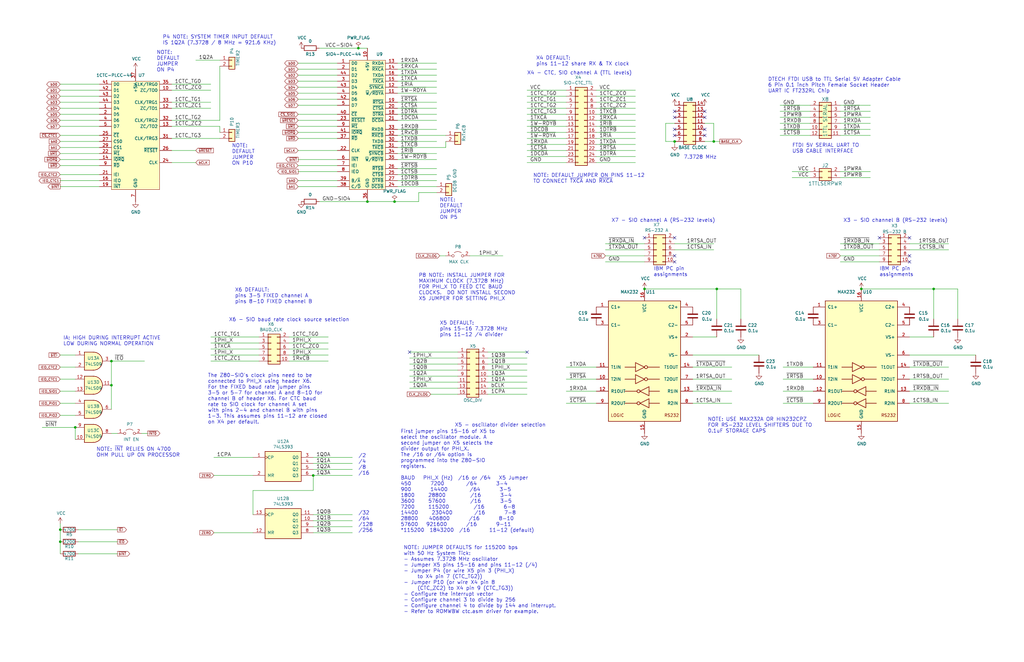
<source format=kicad_sch>
(kicad_sch (version 20211123) (generator eeschema)
  (paper "B")
  (junction (at 25.4 228.6))
  (junction (at 302.26 121.92))
  (junction (at 25.4 223.52))
  (junction (at 46.99 162.56))
  (junction (at 132.08 200.66))
  (junction (at 166.37 85.09))
  (junction (at 284.48 59.69))
  (junction (at 393.7 121.92))
  (junction (at 271.78 121.92))
  (junction (at 363.22 121.92))
  (junction (at 154.94 85.09))
  (junction (at 151.13 20.32))
  (junction (at 46.99 152.4))
  (junction (at 300.99 59.69))
  (junction (at 31.75 180.34))
  (no_connect (at 370.84 100.33))
  (no_connect (at 284.48 57.15))
  (no_connect (at 222.25 148.59))
  (no_connect (at 284.48 46.99))
  (no_connect (at 383.54 110.49))
  (no_connect (at 284.48 107.95))
  (no_connect (at 383.54 100.33))
  (no_connect (at 284.48 54.61))
  (no_connect (at 297.18 46.99))
  (no_connect (at 297.18 49.53))
  (no_connect (at 284.48 49.53))
  (no_connect (at 284.48 100.33))
  (no_connect (at 383.54 107.95))
  (no_connect (at 297.18 54.61))
  (no_connect (at 271.78 100.33))
  (no_connect (at 297.18 57.15))
  (no_connect (at 284.48 110.49))
  (no_connect (at 172.72 148.59))
  (wire (pts (xy 88.9 142.24) (xy 109.22 142.24)))
  (wire (pts (xy 222.25 63.5) (xy 238.76 63.5)))
  (wire (pts (xy 354.33 72.39) (xy 367.03 72.39)))
  (wire (pts (xy 354.33 54.61) (xy 367.03 54.61)))
  (wire (pts (xy 25.4 78.74) (xy 41.91 78.74)))
  (wire (pts (xy 251.46 43.18) (xy 267.97 43.18)))
  (wire (pts (xy 72.39 43.18) (xy 88.9 43.18)))
  (wire (pts (xy 132.08 207.01) (xy 132.08 200.66)))
  (wire (pts (xy 167.64 34.29) (xy 184.15 34.29)))
  (wire (pts (xy 125.73 72.39) (xy 142.24 72.39)))
  (wire (pts (xy 328.93 44.45) (xy 341.63 44.45)))
  (wire (pts (xy 125.73 69.85) (xy 142.24 69.85)))
  (wire (pts (xy 167.64 26.67) (xy 184.15 26.67)))
  (wire (pts (xy 25.4 45.72) (xy 41.91 45.72)))
  (wire (pts (xy 330.2 160.02) (xy 342.9 160.02)))
  (wire (pts (xy 25.4 160.02) (xy 31.75 160.02)))
  (wire (pts (xy 393.7 121.92) (xy 403.86 121.92)))
  (wire (pts (xy 72.39 58.42) (xy 92.71 58.42)))
  (wire (pts (xy 125.73 63.5) (xy 142.24 63.5)))
  (wire (pts (xy 88.9 152.4) (xy 109.22 152.4)))
  (wire (pts (xy 125.73 31.75) (xy 142.24 31.75)))
  (wire (pts (xy 25.4 59.69) (xy 41.91 59.69)))
  (wire (pts (xy 167.64 57.15) (xy 187.96 57.15)))
  (wire (pts (xy 251.46 45.72) (xy 267.97 45.72)))
  (wire (pts (xy 251.46 63.5) (xy 267.97 63.5)))
  (wire (pts (xy 167.64 31.75) (xy 184.15 31.75)))
  (wire (pts (xy 167.64 67.31) (xy 184.15 67.31)))
  (wire (pts (xy 25.4 64.77) (xy 41.91 64.77)))
  (wire (pts (xy 251.46 66.04) (xy 267.97 66.04)))
  (wire (pts (xy 251.46 68.58) (xy 267.97 68.58)))
  (wire (pts (xy 25.4 228.6) (xy 25.4 233.68)))
  (wire (pts (xy 222.25 48.26) (xy 238.76 48.26)))
  (wire (pts (xy 125.73 36.83) (xy 142.24 36.83)))
  (wire (pts (xy 25.4 170.18) (xy 31.75 170.18)))
  (wire (pts (xy 383.54 149.86) (xy 411.48 149.86)))
  (wire (pts (xy 167.64 54.61) (xy 184.15 54.61)))
  (wire (pts (xy 238.76 160.02) (xy 251.46 160.02)))
  (wire (pts (xy 125.73 26.67) (xy 142.24 26.67)))
  (wire (pts (xy 132.08 193.04) (xy 148.59 193.04)))
  (wire (pts (xy 302.26 121.92) (xy 312.42 121.92)))
  (wire (pts (xy 176.53 85.09) (xy 176.53 81.28)))
  (wire (pts (xy 151.13 20.32) (xy 134.62 20.32)))
  (wire (pts (xy 125.73 48.26) (xy 142.24 48.26)))
  (wire (pts (xy 88.9 147.32) (xy 109.22 147.32)))
  (wire (pts (xy 300.99 52.07) (xy 300.99 59.69)))
  (wire (pts (xy 167.64 45.72) (xy 184.15 45.72)))
  (wire (pts (xy 222.25 68.58) (xy 238.76 68.58)))
  (wire (pts (xy 132.08 222.25) (xy 148.59 222.25)))
  (wire (pts (xy 125.73 76.2) (xy 142.24 76.2)))
  (wire (pts (xy 167.64 48.26) (xy 184.15 48.26)))
  (wire (pts (xy 300.99 52.07) (xy 297.18 52.07)))
  (wire (pts (xy 400.05 160.02) (xy 383.54 160.02)))
  (wire (pts (xy 172.72 163.83) (xy 193.04 163.83)))
  (wire (pts (xy 25.4 50.8) (xy 41.91 50.8)))
  (wire (pts (xy 330.2 170.18) (xy 342.9 170.18)))
  (wire (pts (xy 72.39 63.5) (xy 82.55 63.5)))
  (wire (pts (xy 25.4 40.64) (xy 41.91 40.64)))
  (wire (pts (xy 393.7 134.62) (xy 393.7 121.92)))
  (wire (pts (xy 284.48 60.96) (xy 284.48 59.69)))
  (wire (pts (xy 17.78 180.34) (xy 31.75 180.34)))
  (wire (pts (xy 308.61 170.18) (xy 292.1 170.18)))
  (wire (pts (xy 400.05 165.1) (xy 383.54 165.1)))
  (wire (pts (xy 172.72 151.13) (xy 193.04 151.13)))
  (wire (pts (xy 354.33 52.07) (xy 367.03 52.07)))
  (wire (pts (xy 90.17 200.66) (xy 106.68 200.66)))
  (wire (pts (xy 72.39 38.1) (xy 88.9 38.1)))
  (wire (pts (xy 125.73 58.42) (xy 142.24 58.42)))
  (wire (pts (xy 167.64 73.66) (xy 184.15 73.66)))
  (wire (pts (xy 125.73 50.8) (xy 142.24 50.8)))
  (wire (pts (xy 251.46 53.34) (xy 267.97 53.34)))
  (wire (pts (xy 125.73 53.34) (xy 142.24 53.34)))
  (wire (pts (xy 222.25 38.1) (xy 238.76 38.1)))
  (wire (pts (xy 251.46 40.64) (xy 267.97 40.64)))
  (wire (pts (xy 25.4 223.52) (xy 25.4 228.6)))
  (wire (pts (xy 308.61 160.02) (xy 292.1 160.02)))
  (wire (pts (xy 198.12 107.95) (xy 212.09 107.95)))
  (wire (pts (xy 90.17 193.04) (xy 106.68 193.04)))
  (wire (pts (xy 354.33 46.99) (xy 367.03 46.99)))
  (wire (pts (xy 238.76 154.94) (xy 251.46 154.94)))
  (wire (pts (xy 302.26 134.62) (xy 302.26 121.92)))
  (wire (pts (xy 121.92 152.4) (xy 138.43 152.4)))
  (wire (pts (xy 280.67 59.69) (xy 284.48 59.69)))
  (wire (pts (xy 132.08 224.79) (xy 148.59 224.79)))
  (wire (pts (xy 255.27 105.41) (xy 271.78 105.41)))
  (wire (pts (xy 330.2 154.94) (xy 342.9 154.94)))
  (wire (pts (xy 121.92 149.86) (xy 138.43 149.86)))
  (wire (pts (xy 176.53 81.28) (xy 184.15 81.28)))
  (wire (pts (xy 222.25 43.18) (xy 238.76 43.18)))
  (wire (pts (xy 300.99 102.87) (xy 284.48 102.87)))
  (wire (pts (xy 25.4 38.1) (xy 41.91 38.1)))
  (wire (pts (xy 251.46 50.8) (xy 267.97 50.8)))
  (wire (pts (xy 222.25 55.88) (xy 238.76 55.88)))
  (wire (pts (xy 328.93 52.07) (xy 341.63 52.07)))
  (wire (pts (xy 354.33 49.53) (xy 367.03 49.53)))
  (wire (pts (xy 251.46 55.88) (xy 267.97 55.88)))
  (wire (pts (xy 205.74 161.29) (xy 222.25 161.29)))
  (wire (pts (xy 92.71 55.88) (xy 92.71 53.34)))
  (wire (pts (xy 25.4 69.85) (xy 41.91 69.85)))
  (wire (pts (xy 205.74 156.21) (xy 222.25 156.21)))
  (wire (pts (xy 25.4 48.26) (xy 41.91 48.26)))
  (wire (pts (xy 255.27 110.49) (xy 271.78 110.49)))
  (wire (pts (xy 341.63 72.39) (xy 334.01 72.39)))
  (wire (pts (xy 400.05 154.94) (xy 383.54 154.94)))
  (wire (pts (xy 92.71 27.94) (xy 92.71 50.8)))
  (wire (pts (xy 25.4 154.94) (xy 31.75 154.94)))
  (wire (pts (xy 367.03 74.93) (xy 354.33 74.93)))
  (wire (pts (xy 167.64 59.69) (xy 184.15 59.69)))
  (wire (pts (xy 292.1 142.24) (xy 302.26 142.24)))
  (wire (pts (xy 292.1 149.86) (xy 320.04 149.86)))
  (wire (pts (xy 132.08 195.58) (xy 148.59 195.58)))
  (wire (pts (xy 205.74 148.59) (xy 222.25 148.59)))
  (wire (pts (xy 167.64 76.2) (xy 184.15 76.2)))
  (wire (pts (xy 354.33 110.49) (xy 370.84 110.49)))
  (wire (pts (xy 154.94 85.09) (xy 166.37 85.09)))
  (wire (pts (xy 251.46 58.42) (xy 267.97 58.42)))
  (wire (pts (xy 31.75 149.86) (xy 25.4 149.86)))
  (wire (pts (xy 25.4 35.56) (xy 41.91 35.56)))
  (wire (pts (xy 125.73 78.74) (xy 142.24 78.74)))
  (wire (pts (xy 154.94 20.32) (xy 151.13 20.32)))
  (wire (pts (xy 403.86 121.92) (xy 403.86 134.62)))
  (wire (pts (xy 125.73 67.31) (xy 142.24 67.31)))
  (wire (pts (xy 255.27 102.87) (xy 271.78 102.87)))
  (wire (pts (xy 125.73 34.29) (xy 142.24 34.29)))
  (wire (pts (xy 205.74 166.37) (xy 222.25 166.37)))
  (wire (pts (xy 312.42 121.92) (xy 312.42 134.62)))
  (wire (pts (xy 393.7 121.92) (xy 363.22 121.92)))
  (wire (pts (xy 33.02 223.52) (xy 49.53 223.52)))
  (wire (pts (xy 205.74 153.67) (xy 222.25 153.67)))
  (wire (pts (xy 172.72 153.67) (xy 193.04 153.67)))
  (wire (pts (xy 280.67 52.07) (xy 280.67 59.69)))
  (wire (pts (xy 25.4 53.34) (xy 41.91 53.34)))
  (wire (pts (xy 82.55 25.4) (xy 92.71 25.4)))
  (wire (pts (xy 370.84 102.87) (xy 354.33 102.87)))
  (wire (pts (xy 167.64 62.23) (xy 187.96 62.23)))
  (wire (pts (xy 300.99 59.69) (xy 303.53 59.69)))
  (wire (pts (xy 222.25 163.83) (xy 205.74 163.83)))
  (wire (pts (xy 121.92 147.32) (xy 138.43 147.32)))
  (wire (pts (xy 222.25 58.42) (xy 238.76 58.42)))
  (wire (pts (xy 172.72 158.75) (xy 193.04 158.75)))
  (wire (pts (xy 370.84 105.41) (xy 354.33 105.41)))
  (wire (pts (xy 72.39 50.8) (xy 92.71 50.8)))
  (wire (pts (xy 72.39 35.56) (xy 88.9 35.56)))
  (wire (pts (xy 205.74 151.13) (xy 222.25 151.13)))
  (wire (pts (xy 121.92 144.78) (xy 138.43 144.78)))
  (wire (pts (xy 25.4 73.66) (xy 41.91 73.66)))
  (wire (pts (xy 383.54 142.24) (xy 393.7 142.24)))
  (wire (pts (xy 132.08 198.12) (xy 148.59 198.12)))
  (wire (pts (xy 125.73 29.21) (xy 142.24 29.21)))
  (wire (pts (xy 400.05 105.41) (xy 383.54 105.41)))
  (wire (pts (xy 33.02 228.6) (xy 49.53 228.6)))
  (wire (pts (xy 90.17 224.79) (xy 106.68 224.79)))
  (wire (pts (xy 25.4 57.15) (xy 41.91 57.15)))
  (wire (pts (xy 132.08 200.66) (xy 148.59 200.66)))
  (wire (pts (xy 167.64 78.74) (xy 184.15 78.74)))
  (wire (pts (xy 25.4 67.31) (xy 41.91 67.31)))
  (wire (pts (xy 167.64 64.77) (xy 184.15 64.77)))
  (wire (pts (xy 33.02 233.68) (xy 49.53 233.68)))
  (wire (pts (xy 132.08 219.71) (xy 148.59 219.71)))
  (wire (pts (xy 400.05 170.18) (xy 383.54 170.18)))
  (wire (pts (xy 297.18 59.69) (xy 300.99 59.69)))
  (wire (pts (xy 46.99 162.56) (xy 46.99 172.72)))
  (wire (pts (xy 328.93 57.15) (xy 341.63 57.15)))
  (wire (pts (xy 308.61 154.94) (xy 292.1 154.94)))
  (wire (pts (xy 238.76 165.1) (xy 251.46 165.1)))
  (wire (pts (xy 334.01 74.93) (xy 341.63 74.93)))
  (wire (pts (xy 46.99 152.4) (xy 46.99 162.56)))
  (wire (pts (xy 222.25 40.64) (xy 238.76 40.64)))
  (wire (pts (xy 167.64 50.8) (xy 184.15 50.8)))
  (wire (pts (xy 166.37 85.09) (xy 176.53 85.09)))
  (wire (pts (xy 25.4 175.26) (xy 31.75 175.26)))
  (wire (pts (xy 238.76 170.18) (xy 251.46 170.18)))
  (wire (pts (xy 367.03 44.45) (xy 354.33 44.45)))
  (wire (pts (xy 222.25 60.96) (xy 238.76 60.96)))
  (wire (pts (xy 25.4 76.2) (xy 41.91 76.2)))
  (wire (pts (xy 132.08 217.17) (xy 148.59 217.17)))
  (wire (pts (xy 302.26 121.92) (xy 271.78 121.92)))
  (wire (pts (xy 328.93 46.99) (xy 341.63 46.99)))
  (wire (pts (xy 251.46 38.1) (xy 267.97 38.1)))
  (wire (pts (xy 88.9 149.86) (xy 109.22 149.86)))
  (wire (pts (xy 205.74 158.75) (xy 222.25 158.75)))
  (wire (pts (xy 341.63 49.53) (xy 328.93 49.53)))
  (wire (pts (xy 167.64 29.21) (xy 184.15 29.21)))
  (wire (pts (xy 125.73 55.88) (xy 142.24 55.88)))
  (wire (pts (xy 25.4 165.1) (xy 31.75 165.1)))
  (wire (pts (xy 251.46 60.96) (xy 267.97 60.96)))
  (wire (pts (xy 330.2 165.1) (xy 342.9 165.1)))
  (wire (pts (xy 125.73 39.37) (xy 142.24 39.37)))
  (wire (pts (xy 121.92 142.24) (xy 138.43 142.24)))
  (wire (pts (xy 25.4 220.98) (xy 25.4 223.52)))
  (wire (pts (xy 132.08 207.01) (xy 106.68 207.01)))
  (wire (pts (xy 193.04 166.37) (xy 181.61 166.37)))
  (wire (pts (xy 167.64 39.37) (xy 184.15 39.37)))
  (wire (pts (xy 354.33 57.15) (xy 367.03 57.15)))
  (wire (pts (xy 172.72 161.29) (xy 193.04 161.29)))
  (wire (pts (xy 328.93 54.61) (xy 341.63 54.61)))
  (wire (pts (xy 125.73 44.45) (xy 142.24 44.45)))
  (wire (pts (xy 125.73 41.91) (xy 142.24 41.91)))
  (wire (pts (xy 25.4 43.18) (xy 41.91 43.18)))
  (wire (pts (xy 72.39 53.34) (xy 92.71 53.34)))
  (wire (pts (xy 72.39 45.72) (xy 88.9 45.72)))
  (wire (pts (xy 88.9 144.78) (xy 109.22 144.78)))
  (wire (pts (xy 300.99 105.41) (xy 284.48 105.41)))
  (wire (pts (xy 284.48 52.07) (xy 280.67 52.07)))
  (wire (pts (xy 187.96 62.23) (xy 187.96 59.69)))
  (wire (pts (xy 308.61 165.1) (xy 292.1 165.1)))
  (wire (pts (xy 172.72 148.59) (xy 193.04 148.59)))
  (wire (pts (xy 400.05 102.87) (xy 383.54 102.87)))
  (wire (pts (xy 59.69 182.88) (xy 62.23 182.88)))
  (wire (pts (xy 185.42 107.95) (xy 187.96 107.95)))
  (wire (pts (xy 354.33 107.95) (xy 370.84 107.95)))
  (wire (pts (xy 222.25 50.8) (xy 238.76 50.8)))
  (wire (pts (xy 222.25 53.34) (xy 238.76 53.34)))
  (wire (pts (xy 167.64 36.83) (xy 184.15 36.83)))
  (wire (pts (xy 167.64 71.12) (xy 184.15 71.12)))
  (wire (pts (xy 31.75 180.34) (xy 31.75 185.42)))
  (wire (pts (xy 251.46 48.26) (xy 267.97 48.26)))
  (wire (pts (xy 46.99 152.4) (xy 60.96 152.4)))
  (wire (pts (xy 106.68 207.01) (xy 106.68 217.17)))
  (wire (pts (xy 46.99 182.88) (xy 49.53 182.88)))
  (wire (pts (xy 72.39 68.58) (xy 82.55 68.58)))
  (wire (pts (xy 222.25 45.72) (xy 238.76 45.72)))
  (wire (pts (xy 134.62 85.09) (xy 154.94 85.09)))
  (wire (pts (xy 25.4 62.23) (xy 41.91 62.23)))
  (wire (pts (xy 172.72 156.21) (xy 193.04 156.21)))
  (wire (pts (xy 167.64 43.18) (xy 184.15 43.18)))
  (wire (pts (xy 222.25 66.04) (xy 238.76 66.04)))
  (wire (pts (xy 255.27 107.95) (xy 271.78 107.95)))
  (text "NOTE: JUMPER DEFAULTS for 115200 bps\nwith 50 Hz System Tick:\n- Assumes 7.3728 MHz oscillator\n- Jumper X5 pins 15-16 and pins 11-12 (/4)\n- Jumper P4 (or wire X5 pin 3 (PHI_X) \n     to X4 pin 7 (CTC_TG2))\n- Jumper P10 (or wire X4 pin 8 \n     (CTC_ZC2) to X4 pin 9 (CTC_TG3))\n- Configure the interrupt vector\n- Configure channel 3 to divide by 256\n- Configure channel 4 to divide by 144 and interrupt.\n- Refer to ROMWBW ctc.asm driver for example." (at 170.18 259.08 0) (effects (font (size 1.524 1.524)) (justify left bottom)))
  (text "X3 - SIO channel B (RS-232 levels)" (at 355.6 93.98 0) (effects (font (size 1.524 1.524)) (justify left bottom)))
  (text "The Z80-SIO's clock pins need to be\nconnected to PHI_X using header X6.\nFor the FIXED baud rate jumper pins\n3-5 or 5-7 for channel A and 8-10 for\nchannel B of header X6. For CTC baud\nrate to SIO clock for channel A set\nwith pins 2-4 and channel B with pins\n1-3. This assumes pins 11-12 are closed\non X4 per default." (at 87.63 179.07 0) (effects (font (size 1.524 1.524)) (justify left bottom)))
  (text "X7 - SIO channel A (RS-232 levels)" (at 257.81 93.98 0) (effects (font (size 1.524 1.524)) (justify left bottom)))
  (text "DTECH FTDI USB to TTL Serial 5V Adapter Cable \n6 Pin 0.1 inch Pitch Female Socket Header \nUART IC FT232RL Chip" (at 323.85 39.37 0) (effects (font (size 1.524 1.524)) (justify left bottom)))
  (text "NOTE:\nDEFAULT\nJUMPER\nON P4" (at 66.04 30.48 0) (effects (font (size 1.524 1.524)) (justify left bottom)))
  (text "/32\n/64\n/128\n/256" (at 151.13 224.79 0) (effects (font (size 1.524 1.524)) (justify left bottom)))
  (text "7.3728 MHz" (at 288.29 67.31 0) (effects (font (size 1.524 1.524)) (justify left bottom)))
  (text "NOTE: ~{INT} RELIES ON 4700\nOHM PULL UP ON PROCESSOR" (at 40.64 193.04 0) (effects (font (size 1.524 1.524)) (justify left bottom)))
  (text "X5 - oscillator divider selection" (at 191.77 180.34 0) (effects (font (size 1.524 1.524)) (justify left bottom)))
  (text "FTDI 5V SERIAL UART TO\nUSB CABLE INTERFACE" (at 334.01 64.77 0) (effects (font (size 1.524 1.524)) (justify left bottom)))
  (text "IBM PC pin\nassignments" (at 275.59 116.84 0) (effects (font (size 1.524 1.524)) (justify left bottom)))
  (text "P4 NOTE: SYSTEM TIMER INPUT DEFAULT\nIS 1Q2A (7.3728 / 8 MHz = 921.6 KHz)" (at 68.58 19.05 0) (effects (font (size 1.524 1.524)) (justify left bottom)))
  (text "IA: HIGH DURING INTERRUPT ACTIVE\nLOW DURING NORMAL OPERATION" (at 26.67 146.05 0) (effects (font (size 1.524 1.524)) (justify left bottom)))
  (text "NOTE:\nDEFAULT\nJUMPER\nON P10" (at 97.79 69.85 0) (effects (font (size 1.524 1.524)) (justify left bottom)))
  (text "X5 DEFAULT:\npins 15-16 7.3728 MHz\npins 11-12 /4 divider" (at 185.42 142.24 0) (effects (font (size 1.524 1.524)) (justify left bottom)))
  (text "/2\n/4\n/8\n/16" (at 151.13 200.66 0) (effects (font (size 1.524 1.524)) (justify left bottom)))
  (text "First jumper pins 15-16 of X5 to\nselect the oscillator module. A \nsecond jumper on X5 selects the\ndivider output for PHI_X.\nThe /16 or /64 option is \nprogrammed into the Z80-SIO\nregisters.\n\nBAUD   PHI_X (Hz)  /16 or /64   X5 Jumper\n450       7200        /64       3-4\n900       14400        /64       3-5\n1800     28800         /16       3-4\n3600     57600         /16       3-5\n7200     115200         /16       6-8\n14400     230400        /16       7-8\n28800    406800       /16       8-10\n57600   921600       /16       9-11\n*115200  1843200  /16       11-12 (default)" (at 168.91 224.79 0) (effects (font (size 1.524 1.524)) (justify left bottom)))
  (text "NOTE: DEFAULT JUMPER ON PINS 11-12\nTO CONNECT ~{TXCA} AND ~{RXCA}" (at 224.79 77.47 0) (effects (font (size 1.524 1.524)) (justify left bottom)))
  (text "X4 - CTC, SIO channel A (TTL levels)" (at 222.25 31.75 0) (effects (font (size 1.524 1.524)) (justify left bottom)))
  (text "NOTE: USE MAX232A OR HIN232CPZ\nFOR RS-232 LEVEL SHIFTERS DUE TO\n0.1uF STORAGE CAPS" (at 298.45 182.88 0) (effects (font (size 1.524 1.524)) (justify left bottom)))
  (text "P8 NOTE: INSTALL JUMPER FOR\nMAXIMUM CLOCK (7.3728 MHz)\nFOR PHI_X TO FEED CTC BAUD\nCLOCKS.  DO NOT INSTALL SECOND\nX5 JUMPER FOR SETTING PHI_X" (at 176.53 127 0) (effects (font (size 1.524 1.524)) (justify left bottom)))
  (text "X6 DEFAULT:\npins 3-5 FIXED channel A\npins 8-10 FIXED channel B" (at 99.06 128.27 0) (effects (font (size 1.524 1.524)) (justify left bottom)))
  (text "IBM PC pin\nassignments" (at 370.84 116.84 0) (effects (font (size 1.524 1.524)) (justify left bottom)))
  (text "X6 - SIO baud rate clock source selection" (at 96.52 135.89 0) (effects (font (size 1.524 1.524)) (justify left bottom)))
  (text "X4 DEFAULT:\npins 11-12 share RX & TX clock" (at 226.06 27.94 0) (effects (font (size 1.524 1.524)) (justify left bottom)))
  (text "NOTE:\nDEFAULT\nJUMPER\nON P5" (at 185.42 92.71 0) (effects (font (size 1.524 1.524)) (justify left bottom)))
  (label "1PHI_X" (at 123.19 149.86 0) (effects (font (size 1.524 1.524))))
  (label "1TXDA" (at 240.03 154.94 0) (effects (font (size 1.524 1.524))))
  (label "1PWRA" (at 355.6 72.39 0) (effects (font (size 1.524 1.524))))
  (label "1CTC_TG1" (at 73.66 43.18 0) (effects (font (size 1.524 1.524))))
  (label "~{1DCDA}" (at 168.91 50.8 0) (effects (font (size 1.524 1.524))))
  (label "~{1RTSA}" (at 355.6 46.99 0) (effects (font (size 1.524 1.524))))
  (label "1CTC_TG3" (at 73.66 58.42 0) (effects (font (size 1.524 1.524))))
  (label "~{1RXDA_IN}" (at 256.54 102.87 0) (effects (font (size 1.524 1.524))))
  (label "1Q2A" (at 133.35 198.12 0) (effects (font (size 1.524 1.524))))
  (label "1PWRB" (at 355.6 74.93 0) (effects (font (size 1.524 1.524))))
  (label "1Q1B" (at 133.35 219.71 0) (effects (font (size 1.524 1.524))))
  (label "1Q3A" (at 133.35 200.66 0) (effects (font (size 1.524 1.524))))
  (label "~{1DCDB}" (at 168.91 78.74 0) (effects (font (size 1.524 1.524))))
  (label "1PHI_X" (at 207.01 156.21 0) (effects (font (size 1.524 1.524))))
  (label "1RTSA_OUT" (at 289.56 102.87 0) (effects (font (size 1.524 1.524))))
  (label "1CTC_ZC1" (at 90.17 152.4 0) (effects (font (size 1.524 1.524))))
  (label "1CTC_TG1" (at 90.17 142.24 0) (effects (font (size 1.524 1.524))))
  (label "1Q3B" (at 207.01 151.13 0) (effects (font (size 1.524 1.524))))
  (label "1RTSA_OUT" (at 293.37 160.02 0) (effects (font (size 1.524 1.524))))
  (label "~{1CTSA}" (at 168.91 45.72 0) (effects (font (size 1.524 1.524))))
  (label "~{1CTSB}" (at 168.91 73.66 0) (effects (font (size 1.524 1.524))))
  (label "1TXDA" (at 355.6 54.61 0) (effects (font (size 1.524 1.524))))
  (label "~{1RXDA_IN}" (at 293.37 165.1 0) (effects (font (size 1.524 1.524))))
  (label "1Q1A" (at 207.01 161.29 0) (effects (font (size 1.524 1.524))))
  (label "1Q3A" (at 207.01 158.75 0) (effects (font (size 1.524 1.524))))
  (label "1Q1B" (at 207.01 153.67 0) (effects (font (size 1.524 1.524))))
  (label "~{1CTSA}" (at 223.52 63.5 0) (effects (font (size 1.524 1.524))))
  (label "1CTC_ZC2" (at 73.66 53.34 0) (effects (font (size 1.524 1.524))))
  (label "~{1TXCA}" (at 223.52 50.8 0) (effects (font (size 1.524 1.524))))
  (label "~{1DTRA}" (at 168.91 48.26 0) (effects (font (size 1.524 1.524))))
  (label "~{1DCDB}" (at 223.52 55.88 0) (effects (font (size 1.524 1.524))))
  (label "1TXDB" (at 331.47 154.94 0) (effects (font (size 1.524 1.524))))
  (label "~{1RTSA}" (at 252.73 63.5 0) (effects (font (size 1.524 1.524))))
  (label "1CTC_ZC0" (at 73.66 38.1 0) (effects (font (size 1.524 1.524))))
  (label "~{1TXCB}" (at 168.91 62.23 0) (effects (font (size 1.524 1.524))))
  (label "~{1RIB}" (at 168.91 64.77 0) (effects (font (size 1.524 1.524))))
  (label "1RTSB_OUT" (at 384.81 160.02 0) (effects (font (size 1.524 1.524))))
  (label "VCC-SIO4" (at 137.16 20.32 0) (effects (font (size 1.524 1.524))))
  (label "1PWRB" (at 330.2 49.53 0) (effects (font (size 1.524 1.524))))
  (label "1PWRA" (at 355.6 49.53 0) (effects (font (size 1.524 1.524))))
  (label "1Q0B" (at 133.35 217.17 0) (effects (font (size 1.524 1.524))))
  (label "1Q2B" (at 173.99 153.67 0) (effects (font (size 1.524 1.524))))
  (label "1CTC_TG0" (at 223.52 40.64 0) (effects (font (size 1.524 1.524))))
  (label "1PHI_X" (at 90.17 144.78 0) (effects (font (size 1.524 1.524))))
  (label "VCC" (at 223.52 38.1 0) (effects (font (size 1.524 1.524))))
  (label "~{1CTSA}" (at 240.03 170.18 0) (effects (font (size 1.524 1.524))))
  (label "VCC" (at 336.55 74.93 0) (effects (font (size 1.524 1.524))))
  (label "1Q0B" (at 173.99 156.21 0) (effects (font (size 1.524 1.524))))
  (label "~{1RIB}" (at 252.73 53.34 0) (effects (font (size 1.524 1.524))))
  (label "~{1RIA}" (at 168.91 36.83 0) (effects (font (size 1.524 1.524))))
  (label "1CTC_ZC0" (at 252.73 40.64 0) (effects (font (size 1.524 1.524))))
  (label "1Q3B" (at 133.35 224.79 0) (effects (font (size 1.524 1.524))))
  (label "~{1RIA}" (at 252.73 58.42 0) (effects (font (size 1.524 1.524))))
  (label "~{1CTSB}" (at 330.2 57.15 0) (effects (font (size 1.524 1.524))))
  (label "1Q0A" (at 173.99 163.83 0) (effects (font (size 1.524 1.524))))
  (label "~{1DTRB}" (at 168.91 76.2 0) (effects (font (size 1.524 1.524))))
  (label "~{1TXDA_OUT}" (at 293.37 154.94 0) (effects (font (size 1.524 1.524))))
  (label "~{1TXDA_OUT}" (at 256.54 105.41 0) (effects (font (size 1.524 1.524))))
  (label "1CPA" (at 91.44 193.04 0) (effects (font (size 1.524 1.524))))
  (label "1CTSA_IN" (at 293.37 170.18 0) (effects (font (size 1.524 1.524))))
  (label "~{1CTSB}" (at 331.47 170.18 0) (effects (font (size 1.524 1.524))))
  (label "~{1TXDB_OUT}" (at 384.81 154.94 0) (effects (font (size 1.524 1.524))))
  (label "~{1CTSA}" (at 355.6 57.15 0) (effects (font (size 1.524 1.524))))
  (label "1RXDA" (at 168.91 26.67 0) (effects (font (size 1.524 1.524))))
  (label "1RXDA" (at 223.52 60.96 0) (effects (font (size 1.524 1.524))))
  (label "1TXDB" (at 168.91 59.69 0) (effects (font (size 1.524 1.524))))
  (label "GND" (at 256.54 110.49 0) (effects (font (size 1.524 1.524))))
  (label "~{1RTSB}" (at 330.2 46.99 0) (effects (font (size 1.524 1.524))))
  (label "1RTSB_OUT" (at 387.35 102.87 0) (effects (font (size 1.524 1.524))))
  (label "1CTSB_IN" (at 387.35 105.41 0) (effects (font (size 1.524 1.524))))
  (label "1RXDA" (at 355.6 52.07 0) (effects (font (size 1.524 1.524))))
  (label "1TXDA" (at 252.73 60.96 0) (effects (font (size 1.524 1.524))))
  (label "1CTSA_IN" (at 289.56 105.41 0) (effects (font (size 1.524 1.524))))
  (label "1PHI_X" (at 90.17 149.86 0) (effects (font (size 1.524 1.524))))
  (label "1RXDB" (at 330.2 52.07 0) (effects (font (size 1.524 1.524))))
  (label "GND-SIO4" (at 135.89 85.09 0) (effects (font (size 1.524 1.524))))
  (label "1CTC_TG2" (at 73.66 50.8 0) (effects (font (size 1.524 1.524))))
  (label "GND" (at 252.73 68.58 0) (effects (font (size 1.524 1.524))))
  (label "VCC" (at 252.73 38.1 0) (effects (font (size 1.524 1.524))))
  (label "1CTC_ZC1" (at 252.73 43.18 0) (effects (font (size 1.524 1.524))))
  (label "1Q2A" (at 83.82 25.4 0) (effects (font (size 1.524 1.524))))
  (label "1CTC_TG0" (at 123.19 142.24 0) (effects (font (size 1.524 1.524))))
  (label "~{1RTSB}" (at 168.91 71.12 0) (effects (font (size 1.524 1.524))))
  (label "~{1W-RDYB}" (at 223.52 53.34 0) (effects (font (size 1.524 1.524))))
  (label "1CTC_ZC0" (at 123.19 147.32 0) (effects (font (size 1.524 1.524))))
  (label "1CTC_ZC2" (at 252.73 45.72 0) (effects (font (size 1.524 1.524))))
  (label "GND" (at 330.2 44.45 0) (effects (font (size 1.524 1.524))))
  (label "~{1W-RDYA}" (at 168.91 39.37 0) (effects (font (size 1.524 1.524))))
  (label "1Q2B" (at 133.35 222.25 0) (effects (font (size 1.524 1.524))))
  (label "~{1RTSA}" (at 168.91 43.18 0) (effects (font (size 1.524 1.524))))
  (label "GND" (at 355.6 110.49 0) (effects (font (size 1.524 1.524))))
  (label "1PHI_X" (at 173.99 151.13 0) (effects (font (size 1.524 1.524))))
  (label "1CTC_TG3" (at 223.52 48.26 0) (effects (font (size 1.524 1.524))))
  (label "1TXDA" (at 168.91 31.75 0) (effects (font (size 1.524 1.524))))
  (label "1CTC_TG0" (at 73.66 35.56 0) (effects (font (size 1.524 1.524))))
  (label "~{1RxCB}" (at 123.19 152.4 0) (effects (font (size 1.524 1.524))))
  (label "~{1W-RDYA}" (at 223.52 58.42 0) (effects (font (size 1.524 1.524))))
  (label "1Q2A" (at 173.99 158.75 0) (effects (font (size 1.524 1.524))))
  (label "~{IEO}" (at 48.26 152.4 0) (effects (font (size 1.524 1.524))))
  (label "1CTC_TG1" (at 223.52 43.18 0) (effects (font (size 1.524 1.524))))
  (label "~{1RXDB_IN}" (at 384.81 165.1 0) (effects (font (size 1.524 1.524))))
  (label "1TXDB" (at 330.2 54.61 0) (effects (font (size 1.524 1.524))))
  (label "~{1RXCA}" (at 252.73 50.8 0) (effects (font (size 1.524 1.524))))
  (label "bCLK" (at 207.01 163.83 0) (effects (font (size 1.524 1.524))))
  (label "~{1RXCA}" (at 168.91 29.21 0) (effects (font (size 1.524 1.524))))
  (label "1Q0A" (at 133.35 193.04 0) (effects (font (size 1.524 1.524))))
  (label "~{1RTSA}" (at 240.03 160.02 0) (effects (font (size 1.524 1.524))))
  (label "1RXDA" (at 240.03 165.1 0) (effects (font (size 1.524 1.524))))
  (label "~{bINT}" (at 19.05 180.34 0) (effects (font (size 1.524 1.524))))
  (label "~{1RXDB_IN}" (at 355.6 102.87 0) (effects (font (size 1.524 1.524))))
  (label "1PHI_X" (at 201.93 107.95 0) (effects (font (size 1.524 1.524))))
  (label "GND" (at 355.6 44.45 0) (effects (font (size 1.524 1.524))))
  (label "~{1TXCA}" (at 168.91 34.29 0) (effects (font (size 1.524 1.524))))
  (label "1PHI_X" (at 173.99 161.29 0) (effects (font (size 1.524 1.524))))
  (label "GND" (at 223.52 68.58 0) (effects (font (size 1.524 1.524))))
  (label "1CTC_ZC1" (at 73.66 45.72 0) (effects (font (size 1.524 1.524))))
  (label "1CTSB_IN" (at 384.81 170.18 0) (effects (font (size 1.524 1.524))))
  (label "~{1TXDB_OUT}" (at 355.6 105.41 0) (effects (font (size 1.524 1.524))))
  (label "1RXDB" (at 168.91 54.61 0) (effects (font (size 1.524 1.524))))
  (label "~{1RTSB}" (at 331.47 160.02 0) (effects (font (size 1.524 1.524))))
  (label "1CPA" (at 207.01 166.37 0) (effects (font (size 1.524 1.524))))
  (label "~{1DTRA}" (at 252.73 66.04 0) (effects (font (size 1.524 1.524))))
  (label "1Q1A" (at 133.35 195.58 0) (effects (font (size 1.524 1.524))))
  (label "~{1TXCB}" (at 252.73 48.26 0) (effects (font (size 1.524 1.524))))
  (label "~{1RxCB}" (at 168.91 57.15 0) (effects (font (size 1.524 1.524))))
  (label "~{1W-RDYB}" (at 168.91 67.31 0) (effects (font (size 1.524 1.524))))
  (label "~{1TXCA}" (at 90.17 147.32 0) (effects (font (size 1.524 1.524))))
  (label "~{1DCDA}" (at 223.52 66.04 0) (effects (font (size 1.524 1.524))))
  (label "~{1DTRB}" (at 252.73 55.88 0) (effects (font (size 1.524 1.524))))
  (label "1PHI_X" (at 123.19 144.78 0) (effects (font (size 1.524 1.524))))
  (label "1RXDB" (at 331.47 165.1 0) (effects (font (size 1.524 1.524))))
  (label "VCC" (at 336.55 72.39 0) (effects (font (size 1.524 1.524))))
  (label "1CTC_TG2" (at 223.52 45.72 0) (effects (font (size 1.524 1.524))))
  (global_label "bD3" (shape bidirectional) (at 25.4 43.18 180) (effects (font (size 1.016 1.016))) (property "Intersheet References" "${INTERSHEET_REFS}" (effects hide)))
  (global_label "IEO_CTC2" (shape input) (at 25.4 73.66 180) (effects (font (size 1.016 1.016))) (property "Intersheet References" "${INTERSHEET_REFS}" (effects hide)))
  (global_label "bD7" (shape bidirectional) (at 25.4 53.34 180) (effects (font (size 1.016 1.016))) (property "Intersheet References" "${INTERSHEET_REFS}" (effects hide)))
  (global_label "~{bM1}" (shape input) (at 125.73 53.34 180) (effects (font (size 1.016 1.016))) (property "Intersheet References" "${INTERSHEET_REFS}" (effects hide)))
  (global_label "470F" (shape input) (at 354.33 107.95 180) (effects (font (size 1.016 1.016))) (property "Intersheet References" "${INTERSHEET_REFS}" (effects hide)))
  (global_label "bD0" (shape bidirectional) (at 25.4 35.56 180) (effects (font (size 1.016 1.016))) (property "Intersheet References" "${INTERSHEET_REFS}" (effects hide)))
  (global_label "bD2" (shape bidirectional) (at 25.4 40.64 180) (effects (font (size 1.016 1.016))) (property "Intersheet References" "${INTERSHEET_REFS}" (effects hide)))
  (global_label "bD6" (shape bidirectional) (at 25.4 50.8 180) (effects (font (size 1.016 1.016))) (property "Intersheet References" "${INTERSHEET_REFS}" (effects hide)))
  (global_label "~{bIORQ}" (shape input) (at 25.4 67.31 180) (effects (font (size 1.016 1.016))) (property "Intersheet References" "${INTERSHEET_REFS}" (effects hide)))
  (global_label "bA1" (shape input) (at 25.4 62.23 180) (effects (font (size 1.016 1.016))) (property "Intersheet References" "${INTERSHEET_REFS}" (effects hide)))
  (global_label "~{bRD}" (shape input) (at 125.73 58.42 180) (effects (font (size 1.016 1.016))) (property "Intersheet References" "${INTERSHEET_REFS}" (effects hide)))
  (global_label "~{bIORQ}" (shape input) (at 125.73 55.88 180) (effects (font (size 1.016 1.016))) (property "Intersheet References" "${INTERSHEET_REFS}" (effects hide)))
  (global_label "ZERO" (shape input) (at 90.17 200.66 180) (effects (font (size 1.016 1.016))) (property "Intersheet References" "${INTERSHEET_REFS}" (effects hide)))
  (global_label "bD0" (shape bidirectional) (at 125.73 26.67 180) (effects (font (size 1.016 1.016))) (property "Intersheet References" "${INTERSHEET_REFS}" (effects hide)))
  (global_label "~{bINT}" (shape output) (at 49.53 233.68 0) (effects (font (size 1.016 1.016))) (property "Intersheet References" "${INTERSHEET_REFS}" (effects hide)))
  (global_label "bD3" (shape bidirectional) (at 125.73 34.29 180) (effects (font (size 1.016 1.016))) (property "Intersheet References" "${INTERSHEET_REFS}" (effects hide)))
  (global_label "bD6" (shape bidirectional) (at 125.73 41.91 180) (effects (font (size 1.016 1.016))) (property "Intersheet References" "${INTERSHEET_REFS}" (effects hide)))
  (global_label "ZERO" (shape input) (at 90.17 224.79 180) (effects (font (size 1.016 1.016))) (property "Intersheet References" "${INTERSHEET_REFS}" (effects hide)))
  (global_label "~{CS_SIO1}" (shape input) (at 125.73 48.26 180) (effects (font (size 1.016 1.016))) (property "Intersheet References" "${INTERSHEET_REFS}" (effects hide)))
  (global_label "~{bINT}" (shape output) (at 25.4 78.74 180) (effects (font (size 1.016 1.016))) (property "Intersheet References" "${INTERSHEET_REFS}" (effects hide)))
  (global_label "bD4" (shape bidirectional) (at 25.4 45.72 180) (effects (font (size 1.016 1.016))) (property "Intersheet References" "${INTERSHEET_REFS}" (effects hide)))
  (global_label "bD1" (shape bidirectional) (at 125.73 29.21 180) (effects (font (size 1.016 1.016))) (property "Intersheet References" "${INTERSHEET_REFS}" (effects hide)))
  (global_label "~{bRESET}" (shape input) (at 82.55 63.5 0) (effects (font (size 1.016 1.016))) (property "Intersheet References" "${INTERSHEET_REFS}" (effects hide)))
  (global_label "IEO_CTC1" (shape output) (at 25.4 76.2 180) (effects (font (size 1.016 1.016))) (property "Intersheet References" "${INTERSHEET_REFS}" (effects hide)))
  (global_label "~{bINT}" (shape output) (at 125.73 67.31 180) (effects (font (size 1.016 1.016))) (property "Intersheet References" "${INTERSHEET_REFS}" (effects hide)))
  (global_label "IEO_PIO1" (shape input) (at 25.4 170.18 180) (effects (font (size 1.016 1.016))) (property "Intersheet References" "${INTERSHEET_REFS}" (effects hide)))
  (global_label "~{bM1}" (shape input) (at 25.4 64.77 180) (effects (font (size 1.016 1.016))) (property "Intersheet References" "${INTERSHEET_REFS}" (effects hide)))
  (global_label "bD5" (shape bidirectional) (at 125.73 39.37 180) (effects (font (size 1.016 1.016))) (property "Intersheet References" "${INTERSHEET_REFS}" (effects hide)))
  (global_label "~{bRESET}" (shape input) (at 125.73 50.8 180) (effects (font (size 1.016 1.016))) (property "Intersheet References" "${INTERSHEET_REFS}" (effects hide)))
  (global_label "bA0" (shape input) (at 25.4 59.69 180) (effects (font (size 1.016 1.016))) (property "Intersheet References" "${INTERSHEET_REFS}" (effects hide)))
  (global_label "bD2" (shape bidirectional) (at 125.73 31.75 180) (effects (font (size 1.016 1.016))) (property "Intersheet References" "${INTERSHEET_REFS}" (effects hide)))
  (global_label "bA0" (shape input) (at 125.73 76.2 180) (effects (font (size 1.016 1.016))) (property "Intersheet References" "${INTERSHEET_REFS}" (effects hide)))
  (global_label "bD7" (shape bidirectional) (at 125.73 44.45 180) (effects (font (size 1.016 1.016))) (property "Intersheet References" "${INTERSHEET_REFS}" (effects hide)))
  (global_label "bCLK" (shape input) (at 82.55 68.58 0) (effects (font (size 1.016 1.016))) (property "Intersheet References" "${INTERSHEET_REFS}" (effects hide)))
  (global_label "IEO_CTC1" (shape input) (at 125.73 69.85 180) (effects (font (size 1.016 1.016))) (property "Intersheet References" "${INTERSHEET_REFS}" (effects hide)))
  (global_label "IEO_CTC1" (shape input) (at 25.4 160.02 180) (effects (font (size 1.016 1.016))) (property "Intersheet References" "${INTERSHEET_REFS}" (effects hide)))
  (global_label "~{CS_CTC1}" (shape input) (at 25.4 57.15 180) (effects (font (size 1.016 1.016))) (property "Intersheet References" "${INTERSHEET_REFS}" (effects hide)))
  (global_label "bD1" (shape bidirectional) (at 25.4 38.1 180) (effects (font (size 1.016 1.016))) (property "Intersheet References" "${INTERSHEET_REFS}" (effects hide)))
  (global_label "bD4" (shape bidirectional) (at 125.73 36.83 180) (effects (font (size 1.016 1.016))) (property "Intersheet References" "${INTERSHEET_REFS}" (effects hide)))
  (global_label "BASE_CLK" (shape output) (at 303.53 59.69 0) (effects (font (size 1.016 1.016))) (property "Intersheet References" "${INTERSHEET_REFS}" (effects hide)))
  (global_label "IEO_SIO1" (shape input) (at 25.4 165.1 180) (effects (font (size 1.016 1.016))) (property "Intersheet References" "${INTERSHEET_REFS}" (effects hide)))
  (global_label "bCLK" (shape input) (at 125.73 63.5 180) (effects (font (size 1.016 1.016))) (property "Intersheet References" "${INTERSHEET_REFS}" (effects hide)))
  (global_label "470E" (shape input) (at 255.27 107.95 180) (effects (font (size 1.016 1.016))) (property "Intersheet References" "${INTERSHEET_REFS}" (effects hide)))
  (global_label "~{bIEI}" (shape input) (at 25.4 149.86 180) (effects (font (size 1.016 1.016))) (property "Intersheet References" "${INTERSHEET_REFS}" (effects hide)))
  (global_label "CLK_ZILOG" (shape input) (at 181.61 166.37 180) (effects (font (size 1.016 1.016))) (property "Intersheet References" "${INTERSHEET_REFS}" (effects hide)))
  (global_label "~{IEI}" (shape output) (at 49.53 223.52 0) (effects (font (size 1.016 1.016))) (property "Intersheet References" "${INTERSHEET_REFS}" (effects hide)))
  (global_label "IEO_CTC2" (shape input) (at 25.4 154.94 180) (effects (font (size 1.016 1.016))) (property "Intersheet References" "${INTERSHEET_REFS}" (effects hide)))
  (global_label "~{bRD}" (shape input) (at 25.4 69.85 180) (effects (font (size 1.016 1.016))) (property "Intersheet References" "${INTERSHEET_REFS}" (effects hide)))
  (global_label "bA1" (shape input) (at 125.73 78.74 180) (effects (font (size 1.016 1.016))) (property "Intersheet References" "${INTERSHEET_REFS}" (effects hide)))
  (global_label "~{IEO}" (shape output) (at 49.53 228.6 0) (effects (font (size 1.016 1.016))) (property "Intersheet References" "${INTERSHEET_REFS}" (effects hide)))
  (global_label "IEO_PIO2" (shape input) (at 25.4 175.26 180) (effects (font (size 1.016 1.016))) (property "Intersheet References" "${INTERSHEET_REFS}" (effects hide)))
  (global_label "~{INT0}" (shape output) (at 62.23 182.88 0) (effects (font (size 1.016 1.016))) (property "Intersheet References" "${INTERSHEET_REFS}" (effects hide)))
  (global_label "bD5" (shape bidirectional) (at 25.4 48.26 180) (effects (font (size 1.016 1.016))) (property "Intersheet References" "${INTERSHEET_REFS}" (effects hide)))
  (global_label "IEO_SIO1" (shape output) (at 125.73 72.39 180) (effects (font (size 1.016 1.016))) (property "Intersheet References" "${INTERSHEET_REFS}" (effects hide)))
  (global_label "CLK_ZILOG" (shape input) (at 185.42 107.95 180) (effects (font (size 1.016 1.016))) (property "Intersheet References" "${INTERSHEET_REFS}" (effects hide)))
  (symbol (lib_id "Device:R") (at 29.21 223.52 270) (unit 1)
    (property "Reference" "R5" (at 29.21 225.552 90))
    (property "Value" "4700" (at 29.21 223.52 90))
    (property "Footprint" "Resistor_THT:R_Axial_DIN0207_L6.3mm_D2.5mm_P7.62mm_Horizontal" (effects hide))
  )
  (symbol (lib_id "Device:R") (at 29.21 228.6 270) (unit 1)
    (property "Reference" "R10" (at 29.21 230.632 90))
    (property "Value" "2200" (at 29.21 228.6 90))
    (property "Footprint" "Resistor_THT:R_Axial_DIN0207_L6.3mm_D2.5mm_P7.62mm_Horizontal" (effects hide))
  )
  (symbol (lib_id "Device:R") (at 29.21 233.68 270) (unit 1)
    (property "Reference" "R11" (at 29.21 235.712 90))
    (property "Value" "4700" (at 29.21 233.68 90))
    (property "Footprint" "Resistor_THT:R_Axial_DIN0207_L6.3mm_D2.5mm_P7.62mm_Horizontal" (effects hide))
  )
  (symbol (lib_id "Connector_Generic:Conn_02x06_Odd_Even") (at 349.25 49.53 0) (mirror y) (unit 1)
    (property "Reference" "X8" (at 347.98 41.91 0) (effects (font (size 1.524 1.524))))
    (property "Value" "1TTL SERIAL" (at 347.98 50.8 90) (effects (font (size 1.524 1.524))))
    (property "Footprint" "Connector_IDC:IDC-Header_2x06_P2.54mm_Horizontal" (effects hide))
  )
  (symbol (lib_id "power:VCC") (at 297.18 44.45 0) (unit 1)
    (property "Reference" "#PWR0105" (effects hide))
    (property "Value" "VCC" (at 297.561 40.0558 0))
  )
  (symbol (lib_id "Connector_Generic:Conn_02x02_Odd_Even") (at 346.71 72.39 0) (unit 1)
    (property "Reference" "J2" (at 347.98 69.85 0) (effects (font (size 1.524 1.524))))
    (property "Value" "1TTLSERPWR" (at 347.98 77.47 0) (effects (font (size 1.524 1.524))))
    (property "Footprint" "Connector_PinHeader_2.54mm:PinHeader_2x02_P2.54mm_Vertical" (effects hide))
  )
  (symbol (lib_id "power:VCC") (at 284.48 44.45 0) (unit 1)
    (property "Reference" "#PWR0110" (effects hide))
    (property "Value" "VCC" (at 284.861 40.0558 0))
  )
  (symbol (lib_id "power:VCC") (at 25.4 220.98 0) (unit 1)
    (property "Reference" "#PWR0106" (effects hide))
    (property "Value" "VCC" (at 25.781 216.5858 0))
  )
  (symbol (lib_id "Jumper:Jumper_2_Open") (at 193.04 107.95 0) (unit 1)
    (property "Reference" "P8" (at 191.77 104.14 0) (effects (justify left)))
    (property "Value" "MAX CLK" (at 189.23 110.49 0) (effects (justify left)))
    (property "Footprint" "Connector_PinHeader_2.54mm:PinHeader_1x02_P2.54mm_Vertical" (effects hide))
  )
  (symbol (lib_id "Connector_Generic:Conn_01x02") (at 193.04 57.15 0) (unit 1)
    (property "Reference" "P6" (at 193.04 54.61 90) (effects (justify left)))
    (property "Value" "RxTxCB" (at 195.58 59.69 90) (effects (justify left)))
    (property "Footprint" "Connector_PinHeader_2.54mm:PinHeader_1x02_P2.54mm_Vertical" (effects hide))
  )
  (symbol (lib_id "Jumper:Jumper_2_Open") (at 54.61 182.88 0) (unit 1)
    (property "Reference" "P7" (at 53.34 179.07 0) (effects (justify left)))
    (property "Value" "INT EN" (at 52.07 185.42 0) (effects (justify left)))
    (property "Footprint" "Connector_PinHeader_2.54mm:PinHeader_1x02_P2.54mm_Vertical" (effects hide))
  )
  (symbol (lib_id "Zilog_Z80_Peripherals:SIO3-PLCC-44") (at 147.32 25.4 0) (unit 1)
    (property "Reference" "U9" (at 160.02 22.86 0))
    (property "Value" "SIO4-PLCC-44" (at 144.78 22.86 0))
    (property "Footprint" "Package_QFP:LQFP-44_10x10mm_P0.8mm" (effects hide))
    (property "Datasheet" "http://www.zilog.com/docs/z80/ps0183.pdf" (effects hide))
    (property "Description" "Z80 CMOS SIO/3 Z84C43 Zilog" (effects hide))
    (property "Height" "4.06" (effects hide))
    (property "Manufacturer_Name" "Zilog" (effects hide))
    (property "Manufacturer_Part_Number" "Z84C4206PEG" (effects hide))
    (property "Mouser Part Number" "692-Z84C4206PEG" (effects hide))
    (property "Mouser Price/Stock" "https://www.mouser.com/Search/Refine.aspx?Keyword=692-Z84C4206PEG" (effects hide))
    (property "RS Part Number" "6600766" (effects hide))
    (property "RS Price/Stock" "https://uk.rs-online.com/web/p/products/6600766" (effects hide))
    (property "Allied_Number" "R1000052" (effects hide))
    (property "Allied Price/Stock" "https://www.alliedelec.com/zilog-z84c4206peg/R1000052/" (effects hide))
  )
  (symbol (lib_id "power:GND") (at 363.22 182.88 0) (unit 1)
    (property "Reference" "#PWR0129" (effects hide))
    (property "Value" "GND" (at 363.347 187.2742 0))
  )
  (symbol (lib_id "power:VCC") (at 363.22 121.92 0) (unit 1)
    (property "Reference" "#PWR0130" (effects hide))
    (property "Value" "VCC" (at 363.601 117.5258 0))
  )
  (symbol (lib_id "power:VCC") (at 57.15 29.21 0) (unit 1)
    (property "Reference" "#PWR0126" (effects hide))
    (property "Value" "VCC" (at 57.531 24.8158 0))
  )
  (symbol (lib_id "Device:R") (at 130.81 20.32 270) (unit 1)
    (property "Reference" "R13" (at 130.81 22.86 90))
    (property "Value" "0" (at 130.81 17.3736 90))
    (property "Footprint" "Resistor_THT:R_Axial_DIN0207_L6.3mm_D2.5mm_P7.62mm_Horizontal" (effects hide))
  )
  (symbol (lib_id "Device:R") (at 130.81 85.09 270) (unit 1)
    (property "Reference" "R14" (at 130.81 87.63 90))
    (property "Value" "0" (at 130.81 82.1436 90))
    (property "Footprint" "Resistor_THT:R_Axial_DIN0207_L6.3mm_D2.5mm_P7.62mm_Horizontal" (effects hide))
  )
  (symbol (lib_id "Connector_Generic:Conn_01x02") (at 97.79 55.88 0) (unit 1)
    (property "Reference" "P10" (at 97.79 53.34 90) (effects (justify left)))
    (property "Value" "TIMER3" (at 100.33 58.42 90) (effects (justify left)))
    (property "Footprint" "Connector_PinHeader_2.54mm:PinHeader_1x02_P2.54mm_Vertical" (effects hide))
  )
  (symbol (lib_id "power:PWR_FLAG") (at 151.13 20.32 0) (unit 1)
    (property "Reference" "#FLG0105" (effects hide))
    (property "Value" "PWR_FLAG" (at 151.13 15.9258 0))
  )
  (symbol (lib_id "power:PWR_FLAG") (at 166.37 85.09 0) (unit 1)
    (property "Reference" "#FLG0106" (effects hide))
    (property "Value" "PWR_FLAG" (at 166.37 80.6958 0))
  )
  (symbol (lib_id "Connector_Generic:Conn_01x02") (at 97.79 25.4 0) (unit 1)
    (property "Reference" "P4" (at 97.79 22.86 90) (effects (justify left)))
    (property "Value" "TIMER2" (at 100.33 27.94 90) (effects (justify left)))
    (property "Footprint" "Connector_PinHeader_2.54mm:PinHeader_1x02_P2.54mm_Vertical" (effects hide))
  )
  (symbol (lib_id "power:GND") (at 57.15 85.09 0) (unit 1)
    (property "Reference" "#PWR0127" (effects hide))
    (property "Value" "GND" (at 57.277 89.4842 0))
  )
  (symbol (lib_id "power:GND") (at 127 85.09 0) (unit 1)
    (property "Reference" "#PWR0132" (effects hide))
    (property "Value" "GND" (at 127.127 89.4842 0))
  )
  (symbol (lib_id "power:VCC") (at 127 20.32 0) (unit 1)
    (property "Reference" "#PWR0131" (effects hide))
    (property "Value" "VCC" (at 127.381 15.9258 0))
  )
  (symbol (lib_id "Zilog_Z80_Peripherals:CTC-PLCC-44") (at 46.99 34.29 0) (unit 1)
    (property "Reference" "U7" (at 59.69 31.75 0))
    (property "Value" "1CTC-PLCC-44" (at 48.26 31.75 0))
    (property "Footprint" "Package_LCC:PLCC-44_16.6x16.6mm_P1.27mm" (effects hide))
    (property "Datasheet" "http://www.zilog.com/docs/z80/ps0181.pdf" (effects hide))
    (property "Description" "Z8430 Zilog CTC" (effects hide))
    (property "Height" "5.21" (effects hide))
    (property "Manufacturer_Name" "Zilog" (effects hide))
    (property "Manufacturer_Part_Number" "Z84C3010PEG" (effects hide))
    (property "Mouser Part Number" "692-Z84C3010PEG" (effects hide))
    (property "Mouser Price/Stock" "https://www.mouser.com/Search/Refine.aspx?Keyword=692-Z84C3010PEG" (effects hide))
  )
  (symbol (lib_id "Connector_Generic:Conn_01x02") (at 189.23 78.74 0) (unit 1)
    (property "Reference" "P5" (at 189.23 76.2 90) (effects (justify left)))
    (property "Value" "DCDB GND" (at 191.77 81.28 90) (effects (justify left)))
    (property "Footprint" "Connector_PinHeader_2.54mm:PinHeader_1x02_P2.54mm_Vertical" (effects hide))
  )
  (symbol (lib_id "Connector_Generic:Conn_02x05_Odd_Even") (at 114.3 147.32 0) (unit 1)
    (property "Reference" "X6" (at 114.3 136.779 0))
    (property "Value" "BAUD_CLK" (at 114.3 139.0904 0))
    (property "Footprint" "Connector_PinHeader_2.54mm:PinHeader_2x05_P2.54mm_Vertical" (effects hide))
  )
  (symbol (lib_id "74xx:74LS09") (at 39.37 152.4 0) (unit 1)
    (property "Reference" "U13" (at 39.37 151.13 0))
    (property "Value" "74LS09" (at 39.37 153.67 0))
    (property "Footprint" "Package_DIP:DIP-14_W7.62mm" (effects hide))
    (property "Datasheet" "http://www.ti.com/lit/gpn/sn74LS09" (effects hide))
  )
  (symbol (lib_id "74xx:74LS09") (at 39.37 172.72 0) (unit 2)
    (property "Reference" "U13" (at 39.37 171.45 0))
    (property "Value" "74LS09" (at 39.37 173.99 0))
    (property "Footprint" "Package_DIP:DIP-14_W7.62mm" (effects hide))
    (property "Datasheet" "http://www.ti.com/lit/gpn/sn74LS09" (effects hide))
  )
  (symbol (lib_id "74xx:74LS09") (at 39.37 182.88 0) (unit 3)
    (property "Reference" "U13" (at 39.37 181.61 0))
    (property "Value" "74LS09" (at 39.37 184.15 0))
    (property "Footprint" "Package_DIP:DIP-14_W7.62mm" (effects hide))
    (property "Datasheet" "http://www.ti.com/lit/gpn/sn74LS09" (effects hide))
  )
  (symbol (lib_id "74xx:74LS09") (at 39.37 162.56 0) (unit 4)
    (property "Reference" "U13" (at 39.37 161.29 0))
    (property "Value" "74LS09" (at 39.37 163.83 0))
    (property "Footprint" "Package_DIP:DIP-14_W7.62mm" (effects hide))
    (property "Datasheet" "http://www.ti.com/lit/gpn/sn74LS09" (effects hide))
  )
  (symbol (lib_id "Connector_Generic:Conn_02x05_Odd_Even") (at 375.92 105.41 0) (unit 1)
    (property "Reference" "X3" (at 377.19 95.25 0))
    (property "Value" "RS-232 B" (at 377.19 97.79 0))
    (property "Footprint" "Connector_IDC:IDC-Header_2x05_P2.54mm_Horizontal" (effects hide))
  )
  (symbol (lib_id "Connector_Generic:Conn_02x05_Odd_Even") (at 276.86 105.41 0) (unit 1)
    (property "Reference" "X7" (at 276.86 94.869 0))
    (property "Value" "RS-232 A" (at 276.86 97.1804 0))
    (property "Footprint" "Connector_IDC:IDC-Header_2x05_P2.54mm_Horizontal" (effects hide))
  )
  (symbol (lib_id "74xx:74LS393") (at 119.38 195.58 0) (unit 1)
    (property "Reference" "U12" (at 119.38 186.2582 0))
    (property "Value" "74LS393" (at 119.38 188.5696 0))
    (property "Footprint" "Package_DIP:DIP-14_W7.62mm" (effects hide))
    (property "Datasheet" "74xx\\74LS393.pdf" (effects hide))
  )
  (symbol (lib_id "74xx:74LS393") (at 119.38 219.71 0) (unit 2)
    (property "Reference" "U12" (at 119.38 210.3882 0))
    (property "Value" "74LS393" (at 119.38 212.6996 0))
    (property "Footprint" "Package_DIP:DIP-14_W7.62mm" (effects hide))
    (property "Datasheet" "74xx\\74LS393.pdf" (effects hide))
  )
  (symbol (lib_id "Connector_Generic:Conn_02x08_Odd_Even") (at 198.12 156.21 0) (unit 1)
    (property "Reference" "X5" (at 199.39 146.05 0))
    (property "Value" "OSC_DIV" (at 199.39 168.91 0))
    (property "Footprint" "Connector_PinHeader_2.54mm:PinHeader_2x08_P2.54mm_Vertical" (effects hide))
  )
  (symbol (lib_id "Interface_UART:MAX232") (at 271.78 152.4 0) (unit 1)
    (property "Reference" "U11" (at 274.32 123.19 0))
    (property "Value" "MAX232" (at 265.43 123.19 0))
    (property "Footprint" "Package_DIP:DIP-16_W7.62mm" (effects hide))
    (property "Datasheet" "http://www.ti.com/lit/ds/symlink/max232.pdf" (effects hide))
  )
  (symbol (lib_id "Device:C") (at 251.46 133.35 0) (unit 1)
    (property "Reference" "C19" (at 243.84 132.08 0) (effects (justify left)))
    (property "Value" "0.1u" (at 243.84 134.62 0) (effects (justify left)))
    (property "Footprint" "Capacitor_THT:C_Disc_D5.0mm_W2.5mm_P5.00mm" (effects hide))
  )
  (symbol (lib_id "Device:C") (at 292.1 133.35 0) (unit 1)
    (property "Reference" "C20" (at 295.91 132.08 0) (effects (justify left)))
    (property "Value" "0.1u" (at 295.91 134.62 0) (effects (justify left)))
    (property "Footprint" "Capacitor_THT:C_Disc_D5.0mm_W2.5mm_P5.00mm" (effects hide))
  )
  (symbol (lib_id "power:GND") (at 320.04 157.48 0) (unit 1)
    (property "Reference" "#PWR0114" (effects hide))
    (property "Value" "GND" (at 320.167 161.8742 0))
  )
  (symbol (lib_id "power:VCC") (at 271.78 121.92 0) (unit 1)
    (property "Reference" "#PWR0115" (effects hide))
    (property "Value" "VCC" (at 272.161 117.5258 0))
  )
  (symbol (lib_id "Device:C") (at 302.26 138.43 0) (unit 1)
    (property "Reference" "C21" (at 305.181 137.2616 0) (effects (justify left)))
    (property "Value" "0.1u" (at 305.181 139.573 0) (effects (justify left)))
    (property "Footprint" "Capacitor_THT:C_Disc_D5.0mm_W2.5mm_P5.00mm" (effects hide))
  )
  (symbol (lib_id "Device:C") (at 312.42 138.43 0) (unit 1)
    (property "Reference" "C22" (at 315.341 137.2616 0) (effects (justify left)))
    (property "Value" "0.1u" (at 315.341 139.573 0) (effects (justify left)))
    (property "Footprint" "Capacitor_THT:C_Disc_D5.0mm_W2.5mm_P5.00mm" (effects hide))
  )
  (symbol (lib_id "power:GND") (at 312.42 142.24 0) (unit 1)
    (property "Reference" "#PWR0116" (effects hide))
    (property "Value" "GND" (at 312.547 146.6342 0))
  )
  (symbol (lib_id "Device:C") (at 320.04 153.67 0) (unit 1)
    (property "Reference" "C23" (at 322.961 152.5016 0) (effects (justify left)))
    (property "Value" "0.1u" (at 322.961 154.813 0) (effects (justify left)))
    (property "Footprint" "Capacitor_THT:C_Disc_D5.0mm_W2.5mm_P5.00mm" (effects hide))
  )
  (symbol (lib_id "power:GND") (at 271.78 182.88 0) (unit 1)
    (property "Reference" "#PWR0117" (effects hide))
    (property "Value" "GND" (at 271.907 187.2742 0))
  )
  (symbol (lib_id "Interface_UART:MAX232") (at 363.22 152.4 0) (unit 1)
    (property "Reference" "U10" (at 365.76 123.19 0))
    (property "Value" "MAX232" (at 356.87 123.19 0))
    (property "Footprint" "Package_DIP:DIP-16_W7.62mm" (effects hide))
    (property "Datasheet" "http://www.ti.com/lit/ds/symlink/max232.pdf" (effects hide))
  )
  (symbol (lib_id "Device:C") (at 342.9 133.35 0) (unit 1)
    (property "Reference" "C14" (at 335.28 132.08 0) (effects (justify left)))
    (property "Value" "0.1u" (at 335.28 134.62 0) (effects (justify left)))
    (property "Footprint" "Capacitor_THT:C_Disc_D5.0mm_W2.5mm_P5.00mm" (effects hide))
  )
  (symbol (lib_id "Device:C") (at 383.54 133.35 0) (unit 1)
    (property "Reference" "C15" (at 387.35 132.08 0) (effects (justify left)))
    (property "Value" "0.1u" (at 387.35 134.62 0) (effects (justify left)))
    (property "Footprint" "Capacitor_THT:C_Disc_D5.0mm_W2.5mm_P5.00mm" (effects hide))
  )
  (symbol (lib_id "power:GND") (at 411.48 157.48 0) (unit 1)
    (property "Reference" "#PWR0118" (effects hide))
    (property "Value" "GND" (at 411.607 161.8742 0))
  )
  (symbol (lib_id "Device:C") (at 393.7 138.43 0) (unit 1)
    (property "Reference" "C16" (at 396.621 137.2616 0) (effects (justify left)))
    (property "Value" "0.1u" (at 396.621 139.573 0) (effects (justify left)))
    (property "Footprint" "Capacitor_THT:C_Disc_D5.0mm_W2.5mm_P5.00mm" (effects hide))
  )
  (symbol (lib_id "Device:C") (at 403.86 138.43 0) (unit 1)
    (property "Reference" "C17" (at 406.781 137.2616 0) (effects (justify left)))
    (property "Value" "0.1u" (at 406.781 139.573 0) (effects (justify left)))
    (property "Footprint" "Capacitor_THT:C_Disc_D5.0mm_W2.5mm_P5.00mm" (effects hide))
  )
  (symbol (lib_id "power:GND") (at 403.86 142.24 0) (unit 1)
    (property "Reference" "#PWR0120" (effects hide))
    (property "Value" "GND" (at 403.987 146.6342 0))
  )
  (symbol (lib_id "Device:C") (at 411.48 153.67 0) (unit 1)
    (property "Reference" "C18" (at 414.401 152.5016 0) (effects (justify left)))
    (property "Value" "0.1u" (at 414.401 154.813 0) (effects (justify left)))
    (property "Footprint" "Capacitor_THT:C_Disc_D5.0mm_W2.5mm_P5.00mm" (effects hide))
  )
  (symbol (lib_id "power:GND") (at 284.48 60.96 0) (unit 1)
    (property "Reference" "#PWR0121" (effects hide))
    (property "Value" "GND" (at 284.607 65.3542 0))
  )
  (symbol (lib_id "Connector_Generic:Conn_02x07_Counter_Clockwise") (at 289.56 52.07 0) (unit 1)
    (property "Reference" "U8" (at 290.83 41.91 0))
    (property "Value" "BASE CLOCK" (at 292.1 62.23 0))
    (property "Footprint" "Package_DIP:DIP-14_W7.62mm" (effects hide))
  )
  (symbol (lib_id "Connector_Generic:Conn_02x13_Odd_Even") (at 243.84 53.34 0) (unit 1)
    (property "Reference" "X4" (at 243.84 32.639 0))
    (property "Value" "SIO-CTC_TTL" (at 243.84 34.9504 0))
    (property "Footprint" "Connector_PinHeader_2.54mm:PinHeader_2x13_P2.54mm_Vertical" (effects hide))
  )
)
</source>
